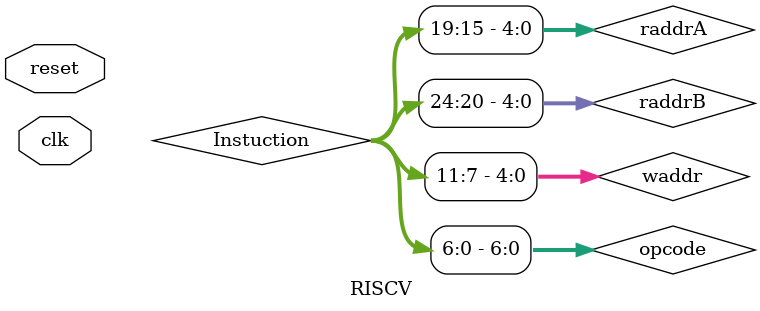
<source format=sv>
/*
||||||||||||||||||||||||||||||||||||||||||||
||||||||||||||||||||||||||||||||||||||||||||
||||||/ ___|  / \  |  \/  | ____| | | ||||||  
||||||\___ \ / _ \ | |\/| |  _| | |_| ||||||  
|||||| ___) / ___ \| |  | | |___|  _  ||||||  
|||||||____/_/ __\_\_| _|_|_____|_|_|_||||||  
|| ____| |   | __ )  / \|_   _/ ___|| | | || 
||  _| | |   |  _ \ / _ \ | | \___ \| |_| || 
|| |___| |___| |_) / ___ \| |  ___) |  _  || 
||_____|_____|____/_/   \_\_| |____/|_| |_|| 
||||||||||||||||||||||||||||||||||||||||||||
||||||||||||||||||||||||||||||||||||||||||||
RISC V Single Cycle V1 Implementation Using SystemVerilog.
The Design implements RV32I except CSR, FENCE, ECALL and EBREAK Instructions.
The Included Instructions:
- LUI and AUIPC.
- JAL and JALR.
- Branching Instructions. 
- Load Instructions.
- Store Instructions.
- Arithmetic and Logical Instructions (Both R/I Types).
The System has an Active Low Reset that resets Registers (Data and PC) and Data Memory.
*/
module RISCV (
    input clk, reset
);
    logic [31:0] Instuction, ALU_In1, ALU_In2,
          ALU_Out, Result, dataRd, rdataA, rdataB,
          Immediate, PC, PC4, PCjump;
    logic [6:0] opcode;

    logic [3:0] ALU_op;
    logic Zero, Mem_Wr, Reg_Wr, ALU_Src2_Ctrl, PC_Src_Ctrl;
    logic [1:0] Result_Src, dataWidth;

    logic [4:0] raddrA, raddrB, waddr;
    logic [2:0] dWidth_ctrl;

    assign opcode = Instuction[6:0];
    assign raddrA = Instuction[19:15];
    assign raddrB = Instuction[24:20];
    assign waddr  = Instuction[11:7];

    Controller ctrl (.Zero, .Instuction, .ALU_Src2_Ctrl, .PC_Src_Ctrl, .Mem_Wr, .Reg_Wr, .Result_Src, .ALU_op, .Immediate, .dWidth_ctrl);
    Datapath_Ctrl datapath (.ALU_Src2_Ctrl, .rdataA, .rdataB, .Immediate, .PC, .PC4, .dataRd, .ALU_Out, .Result_Src, .dWidth_ctrl, .ALU_In1, .ALU_In2, .Result, .dataWidth);
    ALU alu (.ALU_op, .ALU_In1, .ALU_In2, .Zero, .ALU_Out);
    PC4 pc4 (.PC, .PC4);
    PCJump pcj (.PC, .Immediate, .ALU_Out, .opcode, .PCjump);
    PC_Ctrl pcctrl (.clk, .reset, .PC_Src_Ctrl, .PC4, .PCjump, .PC);

    Reg_Int regfile (.clk, .reset, .wr(Reg_Wr), .raddrA, .raddrB, .waddr, .wdata(Result), .rdataA, .rdataB);
    MemData datamem (.clk, .reset, .Mem_Wr, .Addr(ALU_Out), .dataWr(rdataB), .dataWidth, .dataRd);
    MemInst instmem (.addr(PC), .Instuction);
endmodule
</source>
